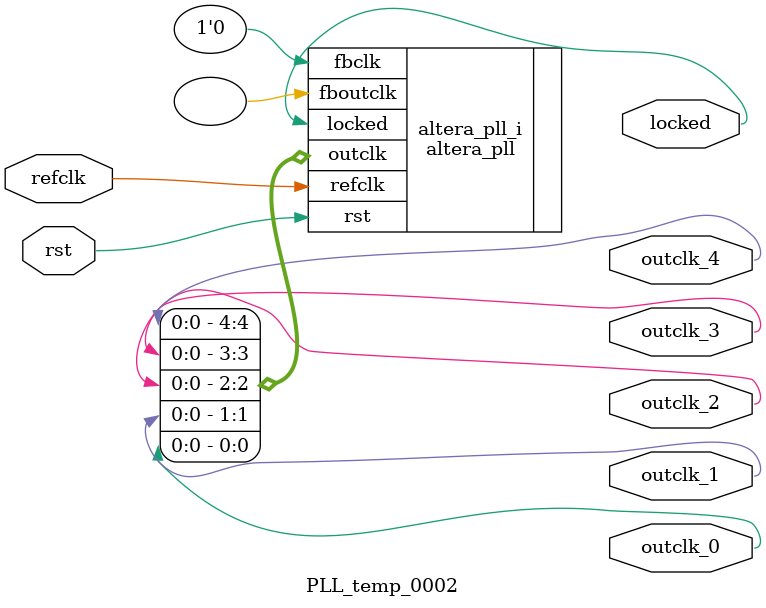
<source format=v>
`timescale 1ns/10ps
module  PLL_temp_0002(

	// interface 'refclk'
	input wire refclk,

	// interface 'reset'
	input wire rst,

	// interface 'outclk0'
	output wire outclk_0,

	// interface 'outclk1'
	output wire outclk_1,

	// interface 'outclk2'
	output wire outclk_2,

	// interface 'outclk3'
	output wire outclk_3,

	// interface 'outclk4'
	output wire outclk_4,

	// interface 'locked'
	output wire locked
);

	altera_pll #(
		.fractional_vco_multiplier("false"),
		.reference_clock_frequency("50.0 MHz"),
		.operation_mode("direct"),
		.number_of_clocks(5),
		.output_clock_frequency0("11.000000 MHz"),
		.phase_shift0("0 ps"),
		.duty_cycle0(50),
		.output_clock_frequency1("25.000000 MHz"),
		.phase_shift1("0 ps"),
		.duty_cycle1(50),
		.output_clock_frequency2("40.441176 MHz"),
		.phase_shift2("0 ps"),
		.duty_cycle2(50),
		.output_clock_frequency3("38.194444 MHz"),
		.phase_shift3("0 ps"),
		.duty_cycle3(50),
		.output_clock_frequency4("3.002183 MHz"),
		.phase_shift4("0 ps"),
		.duty_cycle4(50),
		.output_clock_frequency5("0 MHz"),
		.phase_shift5("0 ps"),
		.duty_cycle5(50),
		.output_clock_frequency6("0 MHz"),
		.phase_shift6("0 ps"),
		.duty_cycle6(50),
		.output_clock_frequency7("0 MHz"),
		.phase_shift7("0 ps"),
		.duty_cycle7(50),
		.output_clock_frequency8("0 MHz"),
		.phase_shift8("0 ps"),
		.duty_cycle8(50),
		.output_clock_frequency9("0 MHz"),
		.phase_shift9("0 ps"),
		.duty_cycle9(50),
		.output_clock_frequency10("0 MHz"),
		.phase_shift10("0 ps"),
		.duty_cycle10(50),
		.output_clock_frequency11("0 MHz"),
		.phase_shift11("0 ps"),
		.duty_cycle11(50),
		.output_clock_frequency12("0 MHz"),
		.phase_shift12("0 ps"),
		.duty_cycle12(50),
		.output_clock_frequency13("0 MHz"),
		.phase_shift13("0 ps"),
		.duty_cycle13(50),
		.output_clock_frequency14("0 MHz"),
		.phase_shift14("0 ps"),
		.duty_cycle14(50),
		.output_clock_frequency15("0 MHz"),
		.phase_shift15("0 ps"),
		.duty_cycle15(50),
		.output_clock_frequency16("0 MHz"),
		.phase_shift16("0 ps"),
		.duty_cycle16(50),
		.output_clock_frequency17("0 MHz"),
		.phase_shift17("0 ps"),
		.duty_cycle17(50),
		.pll_type("General"),
		.pll_subtype("General")
	) altera_pll_i (
		.rst	(rst),
		.outclk	({outclk_4, outclk_3, outclk_2, outclk_1, outclk_0}),
		.locked	(locked),
		.fboutclk	( ),
		.fbclk	(1'b0),
		.refclk	(refclk)
	);
endmodule


</source>
